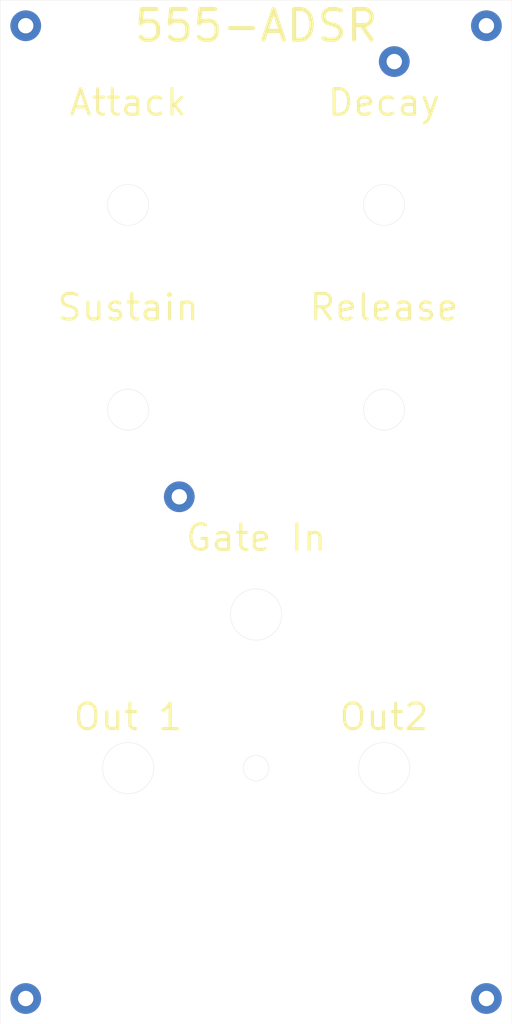
<source format=kicad_pcb>
(kicad_pcb (version 20171130) (host pcbnew "(5.1.6-0-10_14)")

  (general
    (thickness 1.6)
    (drawings 24)
    (tracks 0)
    (zones 0)
    (modules 6)
    (nets 1)
  )

  (page A3)
  (layers
    (0 F.Cu signal)
    (31 B.Cu signal)
    (32 B.Adhes user)
    (33 F.Adhes user)
    (34 B.Paste user)
    (35 F.Paste user)
    (36 B.SilkS user)
    (37 F.SilkS user)
    (38 B.Mask user)
    (39 F.Mask user)
    (40 Dwgs.User user)
    (41 Cmts.User user)
    (42 Eco1.User user)
    (43 Eco2.User user)
    (44 Edge.Cuts user)
    (45 Margin user)
    (46 B.CrtYd user)
    (47 F.CrtYd user)
    (48 B.Fab user)
    (49 F.Fab user)
  )

  (setup
    (last_trace_width 0.25)
    (trace_clearance 0.2)
    (zone_clearance 0.508)
    (zone_45_only no)
    (trace_min 0.2)
    (via_size 0.8)
    (via_drill 0.4)
    (via_min_size 0.4)
    (via_min_drill 0.3)
    (uvia_size 0.3)
    (uvia_drill 0.1)
    (uvias_allowed no)
    (uvia_min_size 0.2)
    (uvia_min_drill 0.1)
    (edge_width 0.05)
    (segment_width 0.2)
    (pcb_text_width 0.3)
    (pcb_text_size 1.5 1.5)
    (mod_edge_width 0.12)
    (mod_text_size 1 1)
    (mod_text_width 0.15)
    (pad_size 1.524 1.524)
    (pad_drill 0.762)
    (pad_to_mask_clearance 0.05)
    (aux_axis_origin 0 0)
    (visible_elements FFFFFF7F)
    (pcbplotparams
      (layerselection 0x010fc_ffffffff)
      (usegerberextensions false)
      (usegerberattributes true)
      (usegerberadvancedattributes true)
      (creategerberjobfile true)
      (excludeedgelayer true)
      (linewidth 0.100000)
      (plotframeref false)
      (viasonmask false)
      (mode 1)
      (useauxorigin false)
      (hpglpennumber 1)
      (hpglpenspeed 20)
      (hpglpendiameter 15.000000)
      (psnegative false)
      (psa4output false)
      (plotreference true)
      (plotvalue true)
      (plotinvisibletext false)
      (padsonsilk false)
      (subtractmaskfromsilk false)
      (outputformat 1)
      (mirror false)
      (drillshape 0)
      (scaleselection 1)
      (outputdirectory "gerber/"))
  )

  (net 0 "")

  (net_class Default "This is the default net class."
    (clearance 0.2)
    (trace_width 0.25)
    (via_dia 0.8)
    (via_drill 0.4)
    (uvia_dia 0.3)
    (uvia_drill 0.1)
  )

  (module MountingHole:MountingHole_3mm_Pad (layer F.Cu) (tedit 56D1B4CB) (tstamp 6190B53A)
    (at 177 32)
    (descr "Mounting Hole 3mm")
    (tags "mounting hole 3mm")
    (attr virtual)
    (fp_text reference REF** (at 0 -4) (layer F.SilkS) hide
      (effects (font (size 1 1) (thickness 0.15)))
    )
    (fp_text value MountingHole_3mm_Pad (at 0 4) (layer F.Fab) hide
      (effects (font (size 1 1) (thickness 0.15)))
    )
    (fp_text user %R (at 0.3 0) (layer F.Fab)
      (effects (font (size 1 1) (thickness 0.15)))
    )
    (fp_circle (center 0 0) (end 3 0) (layer Cmts.User) (width 0.15))
    (fp_circle (center 0 0) (end 3.25 0) (layer F.CrtYd) (width 0.05))
    (pad 1 thru_hole circle (at 0 0) (size 6 6) (drill 3) (layers *.Cu *.Mask))
  )

  (module MountingHole:MountingHole_3mm_Pad (layer F.Cu) (tedit 56D1B4CB) (tstamp 6190B4FE)
    (at 135 117)
    (descr "Mounting Hole 3mm")
    (tags "mounting hole 3mm")
    (attr virtual)
    (fp_text reference REF** (at 0 -4) (layer F.SilkS) hide
      (effects (font (size 1 1) (thickness 0.15)))
    )
    (fp_text value MountingHole_3mm_Pad (at 0 4) (layer F.Fab) hide
      (effects (font (size 1 1) (thickness 0.15)))
    )
    (fp_text user %R (at 0.3 0) (layer F.Fab)
      (effects (font (size 1 1) (thickness 0.15)))
    )
    (fp_circle (center 0 0) (end 3 0) (layer Cmts.User) (width 0.15))
    (fp_circle (center 0 0) (end 3.25 0) (layer F.CrtYd) (width 0.05))
    (pad 1 thru_hole circle (at 0 0) (size 6 6) (drill 3) (layers *.Cu *.Mask))
  )

  (module MountingHole:MountingHole_3mm_Pad (layer F.Cu) (tedit 56D1B4CB) (tstamp 6190B10E)
    (at 105 215)
    (descr "Mounting Hole 3mm")
    (tags "mounting hole 3mm")
    (attr virtual)
    (fp_text reference REF** (at 0 -4) (layer F.SilkS) hide
      (effects (font (size 1 1) (thickness 0.15)))
    )
    (fp_text value MountingHole_3mm_Pad (at 0 4) (layer F.Fab) hide
      (effects (font (size 1 1) (thickness 0.15)))
    )
    (fp_circle (center 0 0) (end 3.25 0) (layer F.CrtYd) (width 0.05))
    (fp_circle (center 0 0) (end 3 0) (layer Cmts.User) (width 0.15))
    (fp_text user %R (at 0.3 0) (layer F.Fab)
      (effects (font (size 1 1) (thickness 0.15)))
    )
    (pad 1 thru_hole circle (at 0 0) (size 6 6) (drill 3) (layers *.Cu *.Mask))
  )

  (module MountingHole:MountingHole_3mm_Pad (layer F.Cu) (tedit 56D1B4CB) (tstamp 6190B0EA)
    (at 195 215)
    (descr "Mounting Hole 3mm")
    (tags "mounting hole 3mm")
    (attr virtual)
    (fp_text reference REF** (at 0 -4) (layer F.SilkS) hide
      (effects (font (size 1 1) (thickness 0.15)))
    )
    (fp_text value MountingHole_3mm_Pad (at 0 4) (layer F.Fab) hide
      (effects (font (size 1 1) (thickness 0.15)))
    )
    (fp_circle (center 0 0) (end 3.25 0) (layer F.CrtYd) (width 0.05))
    (fp_circle (center 0 0) (end 3 0) (layer Cmts.User) (width 0.15))
    (fp_text user %R (at 0.3 0) (layer F.Fab)
      (effects (font (size 1 1) (thickness 0.15)))
    )
    (pad 1 thru_hole circle (at 0 0) (size 6 6) (drill 3) (layers *.Cu *.Mask))
  )

  (module MountingHole:MountingHole_3mm_Pad (layer F.Cu) (tedit 56D1B4CB) (tstamp 6190B0C6)
    (at 195 25)
    (descr "Mounting Hole 3mm")
    (tags "mounting hole 3mm")
    (attr virtual)
    (fp_text reference REF** (at 0 -4) (layer F.SilkS) hide
      (effects (font (size 1 1) (thickness 0.15)))
    )
    (fp_text value MountingHole_3mm_Pad (at 0 4) (layer F.Fab) hide
      (effects (font (size 1 1) (thickness 0.15)))
    )
    (fp_circle (center 0 0) (end 3.25 0) (layer F.CrtYd) (width 0.05))
    (fp_circle (center 0 0) (end 3 0) (layer Cmts.User) (width 0.15))
    (fp_text user %R (at 0.3 0) (layer F.Fab)
      (effects (font (size 1 1) (thickness 0.15)))
    )
    (pad 1 thru_hole circle (at 0 0) (size 6 6) (drill 3) (layers *.Cu *.Mask))
  )

  (module MountingHole:MountingHole_3mm_Pad (layer F.Cu) (tedit 56D1B4CB) (tstamp 6190B0A2)
    (at 105 25)
    (descr "Mounting Hole 3mm")
    (tags "mounting hole 3mm")
    (attr virtual)
    (fp_text reference REF** (at 0 -4) (layer F.SilkS) hide
      (effects (font (size 1 1) (thickness 0.15)))
    )
    (fp_text value MountingHole_3mm_Pad (at 0 4) (layer F.Fab) hide
      (effects (font (size 1 1) (thickness 0.15)))
    )
    (fp_circle (center 0 0) (end 3.25 0) (layer F.CrtYd) (width 0.05))
    (fp_circle (center 0 0) (end 3 0) (layer Cmts.User) (width 0.15))
    (fp_text user %R (at 0.3 0) (layer F.Fab)
      (effects (font (size 1 1) (thickness 0.15)))
    )
    (pad 1 thru_hole circle (at 0 0) (size 6 6) (drill 3) (layers *.Cu *.Mask))
  )

  (gr_circle (center 175 60) (end 189 60) (layer Dwgs.User) (width 0.15))
  (gr_circle (center 125 60) (end 139 60) (layer Dwgs.User) (width 0.15))
  (gr_circle (center 125 100) (end 139 100) (layer Dwgs.User) (width 0.15))
  (gr_circle (center 175 100) (end 189 100) (layer Dwgs.User) (width 0.15))
  (gr_text Out2 (at 175 160) (layer F.SilkS)
    (effects (font (size 5 5) (thickness 0.6)))
  )
  (gr_text "Out 1" (at 125 160) (layer F.SilkS)
    (effects (font (size 5 5) (thickness 0.6)))
  )
  (gr_text "Gate In" (at 150 125) (layer F.SilkS)
    (effects (font (size 5 5) (thickness 0.6)))
  )
  (gr_text Release (at 175 80) (layer F.SilkS)
    (effects (font (size 5 5) (thickness 0.6)))
  )
  (gr_text Sustain (at 125 80) (layer F.SilkS)
    (effects (font (size 5 5) (thickness 0.6)))
  )
  (gr_text Decay (at 175 40) (layer F.SilkS)
    (effects (font (size 5 5) (thickness 0.6)))
  )
  (gr_text Attack (at 125 40) (layer F.SilkS)
    (effects (font (size 5 5) (thickness 0.6)))
  )
  (gr_circle (center 150 170) (end 152.5 170) (layer Edge.Cuts) (width 0.05))
  (gr_circle (center 175 170) (end 180 170) (layer Edge.Cuts) (width 0.05))
  (gr_circle (center 125 170) (end 130 170) (layer Edge.Cuts) (width 0.05))
  (gr_circle (center 150 140) (end 155 140) (layer Edge.Cuts) (width 0.05))
  (gr_circle (center 175 100) (end 179 100) (layer Edge.Cuts) (width 0.05))
  (gr_circle (center 125 100) (end 129 100) (layer Edge.Cuts) (width 0.05))
  (gr_circle (center 175 60) (end 179 60) (layer Edge.Cuts) (width 0.05))
  (gr_circle (center 125 60) (end 129 60) (layer Edge.Cuts) (width 0.05))
  (gr_text 555-ADSR (at 150 25) (layer F.SilkS)
    (effects (font (size 6 6) (thickness 0.8)))
  )
  (gr_line (start 100 20) (end 200 20) (layer Edge.Cuts) (width 0.05))
  (gr_line (start 200 20) (end 200 220) (layer Edge.Cuts) (width 0.05))
  (gr_line (start 200 220) (end 100 220) (layer Edge.Cuts) (width 0.05))
  (gr_line (start 100 220) (end 100 20) (layer Edge.Cuts) (width 0.05))

)

</source>
